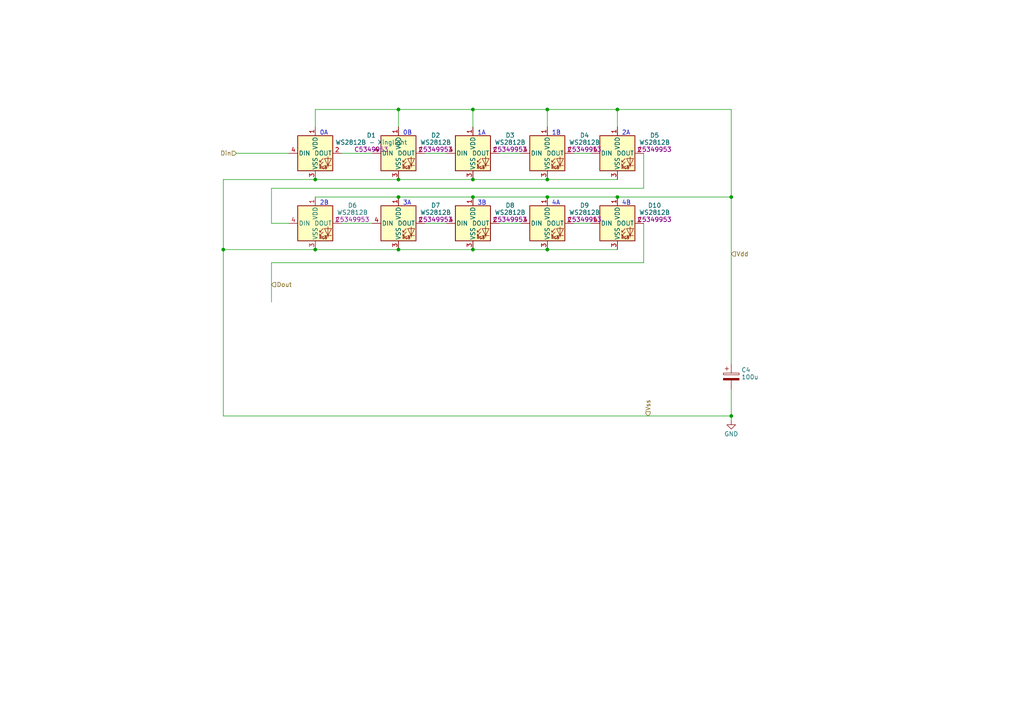
<source format=kicad_sch>
(kicad_sch (version 20230121) (generator eeschema)
  (paper "A4")
  (lib_symbols
    (symbol "Device:C_Polarized" (pin_numbers hide) (pin_names (offset 0.254))
      (property "Reference" "C" (at 0.635 2.54 0))
      (property "Value" "C_Polarized" (at 0.635 -2.54 0))
      (symbol "C_Polarized_0_1"
        (rectangle (start -2.286 0.508) (end 2.286 1.016))
        (polyline (pts (xy -1.778 2.286) (xy -0.762 2.286)))
        (polyline (pts (xy -1.27 2.794) (xy -1.27 1.778)))
        (rectangle (start 2.286 -0.508) (end -2.286 -1.016) (fill (type outline)))
      )
      (symbol "C_Polarized_1_1"
        (pin passive line (at 0 3.81 270) (length 2.794) (name "~") (number "1"))
        (pin passive line (at 0 -3.81 90) (length 2.794) (name "~") (number "2"))
      )
    )
    (symbol "LED:WS2812B-Xinglight" (pin_names (offset 0.254))
      (property "Reference" "D" (at 5.08 5.715 0))
      (property "Value" "WS2812B" (at 1.27 -5.715 0))
      (property "LCSC" "C5349953" (at 0 0 0))
      (symbol "WS2812B-Xinglight_0_0"
        (text "RGB" (at 2.286 -4.191 0) (effects (font (size 0.762 0.762))))
      )
      (symbol "WS2812B-Xinglight_0_1"
        (polyline (pts (xy 1.27 -3.556) (xy 1.778 -3.556)))
        (polyline (pts (xy 1.27 -2.54) (xy 1.778 -2.54)))
        (polyline (pts (xy 4.699 -3.556) (xy 2.667 -3.556)))
        (polyline (pts (xy 2.286 -2.54) (xy 1.27 -3.556) (xy 1.27 -3.048)))
        (polyline (pts (xy 2.286 -1.524) (xy 1.27 -2.54) (xy 1.27 -2.032)))
        (polyline (pts (xy 3.683 -1.016) (xy 3.683 -3.556) (xy 3.683 -4.064)))
        (polyline (pts (xy 4.699 -1.524) (xy 2.667 -1.524) (xy 3.683 -3.556) (xy 4.699 -1.524)))
        (rectangle (start 5.08 5.08) (end -5.08 -5.08) (stroke (width 0.254)) (fill (type background)))
      )
      (symbol "WS2812B-Xinglight_1_1"
        (pin power_in line (at 0 7.62 270) (length 2.54) (name "VDD") (number "1"))
        (pin output line (at 7.62 0 180) (length 2.54) (name "DOUT") (number "2"))
        (pin power_in line (at 0 -7.62 90) (length 2.54) (name "VSS") (number "3"))
        (pin input line (at -7.62 0 0) (length 2.54) (name "DIN") (number "4"))
      )
    )
    (symbol "power:GND" (power) (pin_names (offset 0))
      (property "Value" "GND" (at 0 -3.81 0))
      (symbol "GND_0_1"
        (polyline (pts (xy 0 0) (xy 0 -1.27) (xy 1.27 -1.27) (xy 0 -2.54) (xy -1.27 -1.27) (xy 0 -1.27)))
      )
      (symbol "GND_1_1"
        (pin power_in line (at 0 0 270) (length 0) hide (name "GND") (number "1"))
      )
    )
  )
  (junction (at 212.09 57.15))
  (junction (at 115.57 31.75))
  (junction (at 137.16 31.75))
  (junction (at 137.16 72.39))
  (junction (at 91.44 72.39))
  (junction (at 158.75 72.39))
  (junction (at 137.16 57.15))
  (junction (at 115.57 72.39))
  (junction (at 137.16 52.07))
  (junction (at 158.75 52.07))
  (junction (at 179.07 57.15))
  (junction (at 115.57 52.07))
  (junction (at 179.07 31.75))
  (junction (at 158.75 57.15))
  (junction (at 158.75 31.75))
  (junction (at 115.57 57.15))
  (junction (at 64.77 72.39))
  (junction (at 91.44 52.07))
  (junction (at 212.09 120.65))
  (wire (pts (xy 144.78 64.77) (xy 151.13 64.77)))
  (wire (pts (xy 137.16 52.07) (xy 158.75 52.07)))
  (wire (pts (xy 64.77 72.39) (xy 64.77 120.65)))
  (wire (pts (xy 137.16 31.75) (xy 137.16 36.83)))
  (wire (pts (xy 78.74 76.2) (xy 78.74 87.63)))
  (wire (pts (xy 68.58 44.45) (xy 83.82 44.45)))
  (wire (pts (xy 78.74 64.77) (xy 83.82 64.77)))
  (wire (pts (xy 123.19 44.45) (xy 129.54 44.45)))
  (wire (pts (xy 137.16 31.75) (xy 158.75 31.75)))
  (wire (pts (xy 212.09 31.75) (xy 212.09 57.15)))
  (wire (pts (xy 179.07 57.15) (xy 212.09 57.15)))
  (wire (pts (xy 144.78 44.45) (xy 151.13 44.45)))
  (wire (pts (xy 186.69 76.2) (xy 78.74 76.2)))
  (wire (pts (xy 166.37 64.77) (xy 171.45 64.77)))
  (wire (pts (xy 115.57 31.75) (xy 115.57 36.83)))
  (wire (pts (xy 158.75 52.07) (xy 179.07 52.07)))
  (wire (pts (xy 64.77 72.39) (xy 91.44 72.39)))
  (wire (pts (xy 91.44 36.83) (xy 91.44 31.75)))
  (wire (pts (xy 115.57 57.15) (xy 137.16 57.15)))
  (wire (pts (xy 123.19 64.77) (xy 129.54 64.77)))
  (wire (pts (xy 158.75 72.39) (xy 179.07 72.39)))
  (wire (pts (xy 179.07 31.75) (xy 179.07 36.83)))
  (wire (pts (xy 99.06 44.45) (xy 107.95 44.45)))
  (wire (pts (xy 212.09 113.03) (xy 212.09 120.65)))
  (wire (pts (xy 186.69 54.61) (xy 78.74 54.61)))
  (wire (pts (xy 91.44 52.07) (xy 64.77 52.07)))
  (wire (pts (xy 166.37 44.45) (xy 171.45 44.45)))
  (wire (pts (xy 64.77 120.65) (xy 212.09 120.65)))
  (wire (pts (xy 91.44 57.15) (xy 115.57 57.15)))
  (wire (pts (xy 115.57 31.75) (xy 137.16 31.75)))
  (wire (pts (xy 212.09 120.65) (xy 212.09 121.92)))
  (wire (pts (xy 115.57 72.39) (xy 137.16 72.39)))
  (wire (pts (xy 78.74 54.61) (xy 78.74 64.77)))
  (wire (pts (xy 158.75 57.15) (xy 179.07 57.15)))
  (wire (pts (xy 137.16 57.15) (xy 158.75 57.15)))
  (wire (pts (xy 91.44 31.75) (xy 115.57 31.75)))
  (wire (pts (xy 137.16 72.39) (xy 158.75 72.39)))
  (wire (pts (xy 158.75 31.75) (xy 179.07 31.75)))
  (wire (pts (xy 115.57 52.07) (xy 137.16 52.07)))
  (wire (pts (xy 99.06 64.77) (xy 107.95 64.77)))
  (wire (pts (xy 212.09 57.15) (xy 212.09 105.41)))
  (wire (pts (xy 186.69 64.77) (xy 186.69 76.2)))
  (wire (pts (xy 91.44 52.07) (xy 115.57 52.07)))
  (wire (pts (xy 158.75 31.75) (xy 158.75 36.83)))
  (wire (pts (xy 179.07 31.75) (xy 212.09 31.75)))
  (wire (pts (xy 64.77 52.07) (xy 64.77 72.39)))
  (wire (pts (xy 186.69 44.45) (xy 186.69 54.61)))
  (wire (pts (xy 91.44 72.39) (xy 115.57 72.39)))
  (text "3A" (at 116.84 59.69 0) (effects (font (size 1.27 1.27)) (justify left bottom)))
  (text "1B" (at 160.02 39.37 0) (effects (font (size 1.27 1.27)) (justify left bottom)))
  (text "2A" (at 180.34 39.37 0) (effects (font (size 1.27 1.27)) (justify left bottom)))
  (text "2B" (at 92.71 59.69 0) (effects (font (size 1.27 1.27)) (justify left bottom)))
  (text "4A" (at 160.02 59.69 0) (effects (font (size 1.27 1.27)) (justify left bottom)))
  (text "3B" (at 138.43 59.69 0) (effects (font (size 1.27 1.27)) (justify left bottom)))
  (text "1A" (at 138.43 39.37 0) (effects (font (size 1.27 1.27)) (justify left bottom)))
  (text "0A" (at 92.71 39.37 0) (effects (font (size 1.27 1.27)) (justify left bottom)))
  (text "0B" (at 116.84 39.37 0) (effects (font (size 1.27 1.27)) (justify left bottom)))
  (text "4B" (at 180.34 59.69 0) (effects (font (size 1.27 1.27)) (justify left bottom)))
  (hierarchical_label "Dout" (shape input) (at 78.74 82.55 0))
  (hierarchical_label "Din" (shape input) (at 68.58 44.45 180))
  (hierarchical_label "Vss" (shape input) (at 187.96 120.65 90))
  (hierarchical_label "Vdd" (shape input) (at 212.09 73.66 0))
  (symbol (lib_id "power:GND") (at 212.09 121.92 0) (unit 1)
    (property "Reference" "#PWR015" (effects hide))
    (property "Value" "GND" (at 212.09 125.865 0))
    (instances (project "lixie clock" (path "" (reference "#PWR015") (unit 1)) (path "" (reference "#PWR016") (unit 1)) (path "" (reference "#PWR017") (unit 1)) (path "" (reference "#PWR018") (unit 1)) (path "" (reference "#PWR019") (unit 1)) (path "" (reference "#PWR020") (unit 1))))
  )
  (symbol (lib_id "LED:WS2812B-Xinglight") (at 115.57 44.45 0) (unit 1)
    (property "Reference" "D2" (at 126.3517 39.2539 0))
    (property "Value" "WS2812B" (at 126.3517 41.3019 0))
    (property "Footprint" "LED_SMD:LED_WD2812B-1010_PLCC4_1.0x1.0" (effects hide))
    (property "Datasheet" "https://datasheet.lcsc.com/lcsc/2301111010_XINGLIGHT-XL-1010RGBC-WS2812B_C5349953.pdf" (effects hide))
    (property "LCSC" "C5349953" (at 126.3517 43.3499 0))
    (instances (project "lixie clock" (path "" (reference "D2") (unit 1)) (path "" (reference "D2") (unit 1)) (path "" (reference "D12") (unit 1)) (path "" (reference "D22") (unit 1)) (path "" (reference "D32") (unit 1)) (path "" (reference "D42") (unit 1)) (path "" (reference "D52") (unit 1))))
  )
  (symbol (lib_id "LED:WS2812B-Xinglight") (at 179.07 44.45 0) (unit 1)
    (property "Reference" "D5" (at 189.8517 39.2539 0))
    (property "Value" "WS2812B" (at 189.8517 41.3019 0))
    (property "Footprint" "LED_SMD:LED_WD2812B-1010_PLCC4_1.0x1.0" (effects hide))
    (property "Datasheet" "https://datasheet.lcsc.com/lcsc/2301111010_XINGLIGHT-XL-1010RGBC-WS2812B_C5349953.pdf" (effects hide))
    (property "LCSC" "C5349953" (at 189.8517 43.3499 0))
    (instances (project "lixie clock" (path "" (reference "D5") (unit 1)) (path "" (reference "D5") (unit 1)) (path "" (reference "D15") (unit 1)) (path "" (reference "D25") (unit 1)) (path "" (reference "D35") (unit 1)) (path "" (reference "D45") (unit 1)) (path "" (reference "D55") (unit 1))))
  )
  (symbol (lib_id "LED:WS2812B-Xinglight") (at 179.07 64.77 0) (unit 1)
    (property "Reference" "D10" (at 189.8517 59.5739 0))
    (property "Value" "WS2812B" (at 189.8517 61.6219 0))
    (property "Footprint" "LED_SMD:LED_WD2812B-1010_PLCC4_1.0x1.0" (effects hide))
    (property "Datasheet" "https://datasheet.lcsc.com/lcsc/2301111010_XINGLIGHT-XL-1010RGBC-WS2812B_C5349953.pdf" (effects hide))
    (property "LCSC" "C5349953" (at 189.8517 63.6699 0))
    (instances (project "lixie clock" (path "" (reference "D10") (unit 1)) (path "" (reference "D10") (unit 1)) (path "" (reference "D20") (unit 1)) (path "" (reference "D30") (unit 1)) (path "" (reference "D40") (unit 1)) (path "" (reference "D50") (unit 1)) (path "" (reference "D60") (unit 1))))
  )
  (symbol (lib_id "LED:WS2812B-Xinglight") (at 137.16 64.77 0) (unit 1)
    (property "Reference" "D8" (at 147.9417 59.5739 0))
    (property "Value" "WS2812B" (at 147.9417 61.6219 0))
    (property "Footprint" "LED_SMD:LED_WD2812B-1010_PLCC4_1.0x1.0" (effects hide))
    (property "Datasheet" "https://datasheet.lcsc.com/lcsc/2301111010_XINGLIGHT-XL-1010RGBC-WS2812B_C5349953.pdf" (effects hide))
    (property "LCSC" "C5349953" (at 147.9417 63.6699 0))
    (instances (project "lixie clock" (path "" (reference "D8") (unit 1)) (path "" (reference "D8") (unit 1)) (path "" (reference "D18") (unit 1)) (path "" (reference "D28") (unit 1)) (path "" (reference "D38") (unit 1)) (path "" (reference "D48") (unit 1)) (path "" (reference "D58") (unit 1))))
  )
  (symbol (lib_id "LED:WS2812B-Xinglight") (at 158.75 44.45 0) (unit 1)
    (property "Reference" "D4" (at 169.5317 39.2539 0))
    (property "Value" "WS2812B" (at 169.5317 41.3019 0))
    (property "Footprint" "LED_SMD:LED_WD2812B-1010_PLCC4_1.0x1.0" (effects hide))
    (property "Datasheet" "https://datasheet.lcsc.com/lcsc/2301111010_XINGLIGHT-XL-1010RGBC-WS2812B_C5349953.pdf" (effects hide))
    (property "LCSC" "C5349953" (at 169.5317 43.3499 0))
    (instances (project "lixie clock" (path "" (reference "D4") (unit 1)) (path "" (reference "D4") (unit 1)) (path "" (reference "D14") (unit 1)) (path "" (reference "D24") (unit 1)) (path "" (reference "D34") (unit 1)) (path "" (reference "D44") (unit 1)) (path "" (reference "D54") (unit 1))))
  )
  (symbol (lib_id "LED:WS2812B-Xinglight") (at 91.44 44.45 0) (unit 1)
    (property "Reference" "D1" (at 107.6947 39.2539 0))
    (property "Value" "WS2812B - Xinglight" (at 107.6947 41.3019 0))
    (property "Footprint" "LED_SMD:LED_WD2812B-1010_PLCC4_1.0x1.0" (effects hide))
    (property "Datasheet" "https://datasheet.lcsc.com/lcsc/2301111010_XINGLIGHT-XL-1010RGBC-WS2812B_C5349953.pdf" (effects hide))
    (property "LCSC" "C5349953" (at 107.6947 43.3499 0))
    (instances (project "lixie clock" (path "" (reference "D1") (unit 1)) (path "" (reference "D1") (unit 1)) (path "" (reference "D11") (unit 1)) (path "" (reference "D21") (unit 1)) (path "" (reference "D31") (unit 1)) (path "" (reference "D41") (unit 1)) (path "" (reference "D51") (unit 1))))
  )
  (symbol (lib_id "Device:C_Polarized") (at 212.09 109.22 0) (unit 1)
    (property "Reference" "C4" (at 215.011 107.307 0) (effects (justify left)))
    (property "Value" "100u" (at 215.011 109.355 0) (effects (justify left)))
    (property "Footprint" "Capacitor_SMD:CP_Elec_4x5.4" (effects hide))
    (property "LCSC" "C4747963" (effects hide))
    (instances (project "lixie clock" (path "" (reference "C4") (unit 1)) (path "" (reference "C5") (unit 1)) (path "" (reference "C6") (unit 1)) (path "" (reference "C7") (unit 1)) (path "" (reference "C8") (unit 1)) (path "" (reference "C9") (unit 1))))
  )
  (symbol (lib_id "LED:WS2812B-Xinglight") (at 115.57 64.77 0) (unit 1)
    (property "Reference" "D7" (at 126.3517 59.5739 0))
    (property "Value" "WS2812B" (at 126.3517 61.6219 0))
    (property "Footprint" "LED_SMD:LED_WD2812B-1010_PLCC4_1.0x1.0" (effects hide))
    (property "Datasheet" "https://datasheet.lcsc.com/lcsc/2301111010_XINGLIGHT-XL-1010RGBC-WS2812B_C5349953.pdf" (effects hide))
    (property "LCSC" "C5349953" (at 126.3517 63.6699 0))
    (instances (project "lixie clock" (path "" (reference "D7") (unit 1)) (path "" (reference "D7") (unit 1)) (path "" (reference "D17") (unit 1)) (path "" (reference "D27") (unit 1)) (path "" (reference "D37") (unit 1)) (path "" (reference "D47") (unit 1)) (path "" (reference "D57") (unit 1))))
  )
  (symbol (lib_id "LED:WS2812B-Xinglight") (at 158.75 64.77 0) (unit 1)
    (property "Reference" "D9" (at 169.5317 59.5739 0))
    (property "Value" "WS2812B" (at 169.5317 61.6219 0))
    (property "Footprint" "LED_SMD:LED_WD2812B-1010_PLCC4_1.0x1.0" (effects hide))
    (property "Datasheet" "https://datasheet.lcsc.com/lcsc/2301111010_XINGLIGHT-XL-1010RGBC-WS2812B_C5349953.pdf" (effects hide))
    (property "LCSC" "C5349953" (at 169.5317 63.6699 0))
    (instances (project "lixie clock" (path "" (reference "D9") (unit 1)) (path "" (reference "D9") (unit 1)) (path "" (reference "D19") (unit 1)) (path "" (reference "D29") (unit 1)) (path "" (reference "D39") (unit 1)) (path "" (reference "D49") (unit 1)) (path "" (reference "D59") (unit 1))))
  )
  (symbol (lib_id "LED:WS2812B-Xinglight") (at 137.16 44.45 0) (unit 1)
    (property "Reference" "D3" (at 147.9417 39.2539 0))
    (property "Value" "WS2812B" (at 147.9417 41.3019 0))
    (property "Footprint" "LED_SMD:LED_WD2812B-1010_PLCC4_1.0x1.0" (effects hide))
    (property "Datasheet" "https://datasheet.lcsc.com/lcsc/2301111010_XINGLIGHT-XL-1010RGBC-WS2812B_C5349953.pdf" (effects hide))
    (property "LCSC" "C5349953" (at 147.9417 43.3499 0))
    (instances (project "lixie clock" (path "" (reference "D3") (unit 1)) (path "" (reference "D3") (unit 1)) (path "" (reference "D13") (unit 1)) (path "" (reference "D23") (unit 1)) (path "" (reference "D33") (unit 1)) (path "" (reference "D43") (unit 1)) (path "" (reference "D53") (unit 1))))
  )
  (symbol (lib_id "LED:WS2812B-Xinglight") (at 91.44 64.77 0) (unit 1)
    (property "Reference" "D6" (at 102.2217 59.5739 0))
    (property "Value" "WS2812B" (at 102.2217 61.6219 0))
    (property "Footprint" "LED_SMD:LED_WD2812B-1010_PLCC4_1.0x1.0" (effects hide))
    (property "Datasheet" "https://datasheet.lcsc.com/lcsc/2301111010_XINGLIGHT-XL-1010RGBC-WS2812B_C5349953.pdf" (effects hide))
    (property "LCSC" "C5349953" (at 102.2217 63.6699 0))
    (instances (project "lixie clock" (path "" (reference "D6") (unit 1)) (path "" (reference "D6") (unit 1)) (path "" (reference "D16") (unit 1)) (path "" (reference "D26") (unit 1)) (path "" (reference "D36") (unit 1)) (path "" (reference "D46") (unit 1)) (path "" (reference "D56") (unit 1))))
  )
)
</source>
